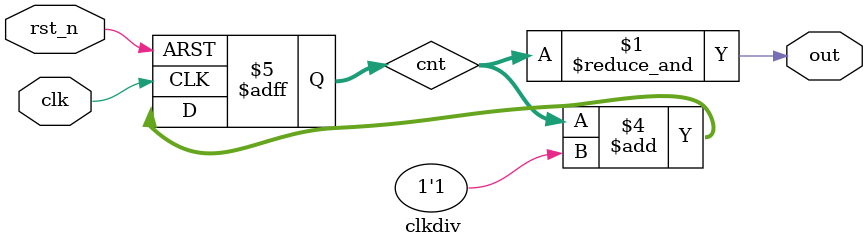
<source format=v>
module clkdiv #(
    parameter F0 = 50_000_000,
    parameter F1 = 12_500_000
)(
    input  clk,
    input  rst_n,
    output out
);

localparam CNT_WIDTH = $clog2(F0 / F1);

reg [CNT_WIDTH-1:0] cnt;

assign out = &cnt;

always @(posedge clk or negedge rst_n) begin
    if (!rst_n)
        cnt <= {CNT_WIDTH{1'b0}};
    else
        cnt <= cnt + 1'b1;
end

endmodule
</source>
